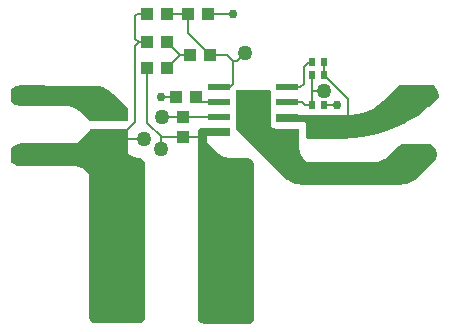
<source format=gbr>
G04 EAGLE Gerber RS-274X export*
G75*
%MOMM*%
%FSLAX34Y34*%
%LPD*%
%INTop Copper*%
%IPPOS*%
%AMOC8*
5,1,8,0,0,1.08239X$1,22.5*%
G01*
%ADD10R,1.900000X0.600000*%
%ADD11C,0.442500*%
%ADD12R,1.100000X1.000000*%
%ADD13R,0.600000X0.700000*%
%ADD14R,1.000000X1.100000*%
%ADD15C,1.187500*%
%ADD16R,3.400000X1.900000*%
%ADD17C,1.790700*%
%ADD18C,1.270000*%
%ADD19C,0.152400*%
%ADD20C,0.756400*%

G36*
X143612Y12243D02*
X143612Y12243D01*
X143660Y12242D01*
X144326Y12308D01*
X144350Y12314D01*
X144473Y12337D01*
X145113Y12531D01*
X145135Y12542D01*
X145251Y12589D01*
X145841Y12904D01*
X145861Y12919D01*
X145966Y12987D01*
X146483Y13412D01*
X146499Y13430D01*
X146588Y13517D01*
X147438Y14552D01*
X147450Y14573D01*
X147521Y14676D01*
X148152Y15856D01*
X148159Y15879D01*
X148209Y15994D01*
X148597Y17275D01*
X148600Y17299D01*
X148626Y17422D01*
X148758Y18754D01*
X148756Y18780D01*
X148761Y18828D01*
X148761Y146586D01*
X148757Y146612D01*
X148758Y146660D01*
X148692Y147326D01*
X148686Y147350D01*
X148663Y147473D01*
X148469Y148113D01*
X148458Y148135D01*
X148411Y148251D01*
X148096Y148841D01*
X148081Y148861D01*
X148013Y148966D01*
X147588Y149483D01*
X147569Y149500D01*
X147538Y149538D01*
X146245Y150831D01*
X146220Y150850D01*
X146171Y150897D01*
X145671Y151281D01*
X145657Y151288D01*
X145645Y151299D01*
X145498Y151380D01*
X144916Y151621D01*
X144901Y151625D01*
X144887Y151632D01*
X144724Y151673D01*
X144099Y151755D01*
X144084Y151754D01*
X144060Y151759D01*
X141853Y151933D01*
X139760Y152435D01*
X137770Y153259D01*
X135935Y154384D01*
X134274Y155802D01*
X133761Y156315D01*
X133761Y176000D01*
X133758Y176020D01*
X133760Y176039D01*
X133738Y176141D01*
X133722Y176243D01*
X133712Y176260D01*
X133708Y176280D01*
X133655Y176369D01*
X133606Y176460D01*
X133592Y176474D01*
X133582Y176491D01*
X133503Y176558D01*
X133428Y176630D01*
X133410Y176638D01*
X133395Y176651D01*
X133299Y176690D01*
X133205Y176733D01*
X133185Y176735D01*
X133167Y176743D01*
X133000Y176761D01*
X103000Y176761D01*
X102910Y176747D01*
X102819Y176739D01*
X102789Y176727D01*
X102757Y176722D01*
X102677Y176679D01*
X102593Y176643D01*
X102561Y176617D01*
X102540Y176606D01*
X102518Y176583D01*
X102462Y176538D01*
X90685Y164761D01*
X45657Y164761D01*
X45635Y164758D01*
X45597Y164759D01*
X43461Y164591D01*
X43429Y164583D01*
X43343Y164572D01*
X41259Y164072D01*
X41229Y164059D01*
X41145Y164035D01*
X39165Y163215D01*
X39137Y163197D01*
X39059Y163161D01*
X37232Y162041D01*
X37207Y162019D01*
X37135Y161971D01*
X35506Y160579D01*
X35428Y160487D01*
X35349Y160395D01*
X35348Y160393D01*
X35347Y160391D01*
X35303Y160281D01*
X35257Y160167D01*
X35257Y160164D01*
X35256Y160162D01*
X35256Y160154D01*
X35239Y160000D01*
X35239Y149000D01*
X35254Y148910D01*
X35261Y148819D01*
X35273Y148789D01*
X35279Y148757D01*
X35321Y148677D01*
X35357Y148593D01*
X35383Y148561D01*
X35394Y148540D01*
X35417Y148518D01*
X35462Y148462D01*
X36219Y147704D01*
X36240Y147689D01*
X36274Y147654D01*
X37435Y146702D01*
X37455Y146690D01*
X37559Y146619D01*
X38883Y145911D01*
X38905Y145904D01*
X39020Y145854D01*
X40457Y145419D01*
X40481Y145416D01*
X40603Y145390D01*
X42097Y145242D01*
X42123Y145244D01*
X42172Y145239D01*
X86686Y145239D01*
X89725Y145000D01*
X92660Y144295D01*
X95449Y143140D01*
X96455Y142523D01*
X96456Y142523D01*
X97698Y141762D01*
X98023Y141563D01*
X100341Y139583D01*
X101239Y138685D01*
X101239Y17828D01*
X101243Y17802D01*
X101242Y17754D01*
X101374Y16422D01*
X101380Y16398D01*
X101403Y16275D01*
X101791Y14994D01*
X101802Y14973D01*
X101848Y14856D01*
X102479Y13676D01*
X102494Y13657D01*
X102562Y13552D01*
X103412Y12517D01*
X103416Y12514D01*
X103418Y12509D01*
X103508Y12433D01*
X103596Y12355D01*
X103601Y12353D01*
X103605Y12349D01*
X103715Y12305D01*
X103823Y12260D01*
X103828Y12259D01*
X103833Y12257D01*
X104000Y12239D01*
X143586Y12239D01*
X143612Y12243D01*
G37*
G36*
X236035Y11372D02*
X236035Y11372D01*
X236083Y11371D01*
X236708Y11453D01*
X236750Y11467D01*
X236868Y11496D01*
X237450Y11737D01*
X237488Y11762D01*
X237593Y11820D01*
X238093Y12204D01*
X238117Y12230D01*
X238156Y12259D01*
X240448Y14552D01*
X240473Y14586D01*
X240504Y14615D01*
X240536Y14678D01*
X240577Y14736D01*
X240587Y14777D01*
X240607Y14815D01*
X240620Y14904D01*
X240633Y14953D01*
X240630Y14974D01*
X240634Y15000D01*
X240634Y146586D01*
X240629Y146613D01*
X240631Y146648D01*
X240566Y147314D01*
X240553Y147360D01*
X240541Y147436D01*
X240347Y148076D01*
X240325Y148119D01*
X240299Y148191D01*
X239984Y148782D01*
X239954Y148819D01*
X239915Y148885D01*
X239490Y149402D01*
X239469Y149420D01*
X239448Y149448D01*
X238156Y150741D01*
X238127Y150761D01*
X238118Y150771D01*
X238117Y150771D01*
X238093Y150796D01*
X237593Y151180D01*
X237553Y151200D01*
X237450Y151263D01*
X236868Y151504D01*
X236851Y151507D01*
X236824Y151513D01*
X236708Y151547D01*
X236083Y151629D01*
X236047Y151627D01*
X236000Y151634D01*
X222309Y151634D01*
X219255Y151875D01*
X216301Y152584D01*
X213493Y153747D01*
X210902Y155334D01*
X208573Y157324D01*
X200634Y165263D01*
X200634Y168555D01*
X200691Y169127D01*
X200849Y169648D01*
X201105Y170129D01*
X201300Y170366D01*
X220000Y170366D01*
X220065Y170377D01*
X220131Y170379D01*
X220174Y170397D01*
X220221Y170405D01*
X220278Y170439D01*
X220338Y170464D01*
X220373Y170495D01*
X220414Y170520D01*
X220456Y170571D01*
X220504Y170615D01*
X220526Y170657D01*
X220555Y170694D01*
X220576Y170756D01*
X220607Y170815D01*
X220615Y170869D01*
X220627Y170906D01*
X220626Y170946D01*
X220634Y171000D01*
X220634Y177000D01*
X220623Y177065D01*
X220621Y177131D01*
X220603Y177174D01*
X220595Y177221D01*
X220561Y177278D01*
X220536Y177338D01*
X220505Y177373D01*
X220480Y177414D01*
X220429Y177456D01*
X220385Y177504D01*
X220343Y177526D01*
X220306Y177555D01*
X220244Y177576D01*
X220185Y177607D01*
X220131Y177615D01*
X220094Y177627D01*
X220054Y177626D01*
X220000Y177634D01*
X197657Y177634D01*
X197630Y177629D01*
X197595Y177631D01*
X196586Y177532D01*
X196539Y177519D01*
X196464Y177508D01*
X195494Y177213D01*
X195451Y177191D01*
X195379Y177166D01*
X194485Y176688D01*
X194447Y176658D01*
X194381Y176619D01*
X193598Y175976D01*
X193550Y175920D01*
X193496Y175870D01*
X193478Y175835D01*
X193452Y175805D01*
X193427Y175736D01*
X193393Y175671D01*
X193387Y175626D01*
X193375Y175594D01*
X193375Y175550D01*
X193366Y175485D01*
X193366Y16414D01*
X193371Y16387D01*
X193369Y16352D01*
X193434Y15686D01*
X193448Y15640D01*
X193459Y15564D01*
X193653Y14924D01*
X193675Y14881D01*
X193701Y14809D01*
X194016Y14218D01*
X194025Y14207D01*
X194029Y14199D01*
X194048Y14178D01*
X194085Y14115D01*
X194510Y13598D01*
X194546Y13566D01*
X194598Y13510D01*
X195632Y12661D01*
X195674Y12637D01*
X195736Y12591D01*
X196916Y11960D01*
X196962Y11946D01*
X197031Y11913D01*
X198312Y11524D01*
X198360Y11519D01*
X198434Y11500D01*
X199766Y11369D01*
X199793Y11371D01*
X199828Y11366D01*
X236000Y11366D01*
X236035Y11372D01*
G37*
G36*
X364738Y129370D02*
X364738Y129370D01*
X364765Y129368D01*
X367894Y129614D01*
X367934Y129624D01*
X367992Y129630D01*
X371044Y130362D01*
X371082Y130379D01*
X371139Y130393D01*
X374038Y131594D01*
X374073Y131616D01*
X374127Y131639D01*
X376803Y133279D01*
X376834Y133306D01*
X376883Y133337D01*
X378354Y134593D01*
X378354Y134594D01*
X379270Y135376D01*
X379284Y135393D01*
X379306Y135409D01*
X393327Y149430D01*
X393343Y149453D01*
X393369Y149476D01*
X394270Y150574D01*
X394293Y150616D01*
X394339Y150677D01*
X395008Y151929D01*
X395023Y151975D01*
X395056Y152044D01*
X395468Y153403D01*
X395473Y153451D01*
X395492Y153525D01*
X395631Y154938D01*
X395627Y154986D01*
X395631Y155062D01*
X395492Y156475D01*
X395479Y156521D01*
X395468Y156597D01*
X395056Y157956D01*
X395034Y157999D01*
X395008Y158071D01*
X394339Y159323D01*
X394309Y159361D01*
X394270Y159426D01*
X393369Y160524D01*
X393348Y160541D01*
X393327Y160570D01*
X390448Y163448D01*
X390418Y163470D01*
X390404Y163485D01*
X390401Y163487D01*
X390385Y163504D01*
X390322Y163536D01*
X390264Y163577D01*
X390223Y163587D01*
X390185Y163607D01*
X390096Y163620D01*
X390047Y163633D01*
X390026Y163630D01*
X390000Y163634D01*
X366414Y163634D01*
X366387Y163629D01*
X366352Y163631D01*
X365686Y163566D01*
X365640Y163553D01*
X365564Y163541D01*
X364924Y163347D01*
X364881Y163325D01*
X364809Y163299D01*
X364218Y162984D01*
X364181Y162954D01*
X364115Y162915D01*
X363598Y162490D01*
X363580Y162469D01*
X363552Y162448D01*
X355427Y154324D01*
X354244Y153314D01*
X354244Y153313D01*
X353098Y152334D01*
X350507Y150747D01*
X347699Y149584D01*
X344745Y148875D01*
X341691Y148634D01*
X285263Y148634D01*
X284324Y149573D01*
X282334Y151902D01*
X280747Y154493D01*
X279584Y157301D01*
X278875Y160255D01*
X278634Y163309D01*
X278634Y176000D01*
X278623Y176065D01*
X278621Y176131D01*
X278603Y176174D01*
X278595Y176221D01*
X278561Y176278D01*
X278536Y176338D01*
X278505Y176373D01*
X278480Y176414D01*
X278429Y176456D01*
X278385Y176504D01*
X278343Y176526D01*
X278306Y176555D01*
X278244Y176576D01*
X278185Y176607D01*
X278131Y176615D01*
X278094Y176627D01*
X278054Y176626D01*
X278000Y176634D01*
X261267Y176634D01*
X259740Y176754D01*
X258274Y177106D01*
X256881Y177683D01*
X255596Y178471D01*
X254634Y179292D01*
X254634Y206586D01*
X254629Y206613D01*
X254631Y206648D01*
X254566Y207314D01*
X254553Y207360D01*
X254541Y207436D01*
X254347Y208076D01*
X254325Y208119D01*
X254299Y208191D01*
X253984Y208782D01*
X253954Y208819D01*
X253915Y208885D01*
X253490Y209402D01*
X253434Y209450D01*
X253385Y209504D01*
X253350Y209522D01*
X253320Y209548D01*
X253251Y209573D01*
X253185Y209607D01*
X253140Y209613D01*
X253109Y209625D01*
X253065Y209625D01*
X253000Y209634D01*
X226000Y209634D01*
X225935Y209623D01*
X225869Y209621D01*
X225826Y209603D01*
X225779Y209595D01*
X225722Y209561D01*
X225662Y209536D01*
X225627Y209505D01*
X225586Y209480D01*
X225545Y209429D01*
X225496Y209385D01*
X225474Y209343D01*
X225445Y209306D01*
X225424Y209244D01*
X225393Y209185D01*
X225385Y209131D01*
X225373Y209094D01*
X225374Y209054D01*
X225366Y209000D01*
X225366Y177000D01*
X225373Y176958D01*
X225371Y176916D01*
X225393Y176849D01*
X225405Y176779D01*
X225427Y176743D01*
X225440Y176702D01*
X225494Y176629D01*
X225520Y176586D01*
X225536Y176573D01*
X225552Y176552D01*
X266694Y135409D01*
X266712Y135397D01*
X266730Y135376D01*
X269117Y133337D01*
X269152Y133317D01*
X269155Y133314D01*
X269167Y133301D01*
X269176Y133297D01*
X269197Y133279D01*
X271873Y131639D01*
X271912Y131624D01*
X271962Y131594D01*
X274861Y130393D01*
X274902Y130384D01*
X274956Y130362D01*
X278008Y129630D01*
X278049Y129627D01*
X278106Y129614D01*
X281235Y129368D01*
X281256Y129370D01*
X281284Y129366D01*
X364716Y129366D01*
X364738Y129370D01*
G37*
G36*
X314387Y168241D02*
X314387Y168241D01*
X314410Y168240D01*
X325789Y168799D01*
X325815Y168804D01*
X325863Y168806D01*
X337132Y170478D01*
X337157Y170486D01*
X337205Y170492D01*
X348257Y173260D01*
X348281Y173271D01*
X348328Y173282D01*
X359055Y177120D01*
X359078Y177133D01*
X359124Y177149D01*
X369422Y182020D01*
X369444Y182035D01*
X369488Y182055D01*
X379260Y187912D01*
X379280Y187929D01*
X379322Y187953D01*
X388472Y194740D01*
X388491Y194759D01*
X388530Y194787D01*
X396971Y202438D01*
X396982Y202451D01*
X396995Y202460D01*
X397058Y202547D01*
X397125Y202630D01*
X397130Y202646D01*
X397140Y202659D01*
X397172Y202761D01*
X397208Y202861D01*
X397209Y202878D01*
X397214Y202894D01*
X397219Y203062D01*
X397045Y205273D01*
X397037Y205306D01*
X397026Y205391D01*
X396508Y207549D01*
X396496Y207579D01*
X396471Y207663D01*
X395622Y209712D01*
X395605Y209740D01*
X395568Y209819D01*
X394409Y211711D01*
X394387Y211735D01*
X394339Y211807D01*
X392898Y213494D01*
X392806Y213572D01*
X392714Y213651D01*
X392711Y213652D01*
X392710Y213653D01*
X392600Y213697D01*
X392486Y213743D01*
X392483Y213743D01*
X392481Y213744D01*
X392473Y213744D01*
X392319Y213761D01*
X364000Y213761D01*
X363910Y213747D01*
X363819Y213739D01*
X363789Y213727D01*
X363757Y213722D01*
X363677Y213679D01*
X363593Y213643D01*
X363561Y213617D01*
X363540Y213606D01*
X363518Y213583D01*
X363462Y213538D01*
X349802Y199878D01*
X346056Y196594D01*
X341935Y193840D01*
X337489Y191647D01*
X332796Y190054D01*
X327934Y189087D01*
X322963Y188761D01*
X260000Y188761D01*
X259980Y188758D01*
X259961Y188760D01*
X259859Y188738D01*
X259757Y188722D01*
X259740Y188712D01*
X259720Y188708D01*
X259631Y188655D01*
X259540Y188606D01*
X259526Y188592D01*
X259509Y188582D01*
X259442Y188503D01*
X259371Y188428D01*
X259362Y188410D01*
X259349Y188395D01*
X259310Y188299D01*
X259267Y188205D01*
X259265Y188185D01*
X259257Y188167D01*
X259239Y188000D01*
X259239Y183000D01*
X259242Y182980D01*
X259240Y182961D01*
X259262Y182859D01*
X259279Y182757D01*
X259288Y182740D01*
X259292Y182720D01*
X259345Y182631D01*
X259394Y182540D01*
X259408Y182526D01*
X259418Y182509D01*
X259497Y182442D01*
X259572Y182371D01*
X259590Y182362D01*
X259605Y182349D01*
X259701Y182310D01*
X259795Y182267D01*
X259815Y182265D01*
X259833Y182257D01*
X260000Y182239D01*
X282548Y182239D01*
X283103Y182184D01*
X283600Y182033D01*
X284058Y181789D01*
X284459Y181459D01*
X284789Y181058D01*
X285033Y180600D01*
X285184Y180103D01*
X285239Y179548D01*
X285239Y169000D01*
X285242Y168980D01*
X285240Y168961D01*
X285262Y168859D01*
X285279Y168757D01*
X285288Y168740D01*
X285292Y168720D01*
X285345Y168631D01*
X285394Y168540D01*
X285408Y168526D01*
X285418Y168509D01*
X285497Y168442D01*
X285572Y168371D01*
X285590Y168362D01*
X285605Y168349D01*
X285701Y168310D01*
X285795Y168267D01*
X285815Y168265D01*
X285833Y168257D01*
X286000Y168239D01*
X314373Y168239D01*
X314387Y168241D01*
G37*
G36*
X134005Y182999D02*
X134005Y182999D01*
X134005Y183000D01*
X134005Y194000D01*
X134003Y194002D01*
X134004Y194004D01*
X121569Y206439D01*
X121568Y206439D01*
X118894Y208723D01*
X118893Y208723D01*
X118893Y208724D01*
X115894Y210561D01*
X115893Y210562D01*
X112644Y211908D01*
X112643Y211907D01*
X112643Y211908D01*
X109223Y212729D01*
X109222Y212729D01*
X105716Y213005D01*
X40000Y213005D01*
X39058Y212912D01*
X39057Y212912D01*
X38151Y212637D01*
X38150Y212637D01*
X37315Y212191D01*
X37315Y212190D01*
X37314Y212190D01*
X36583Y211590D01*
X36583Y211589D01*
X36582Y211589D01*
X34996Y210004D01*
X34996Y210002D01*
X34995Y210001D01*
X34996Y210000D01*
X34995Y210000D01*
X34995Y201414D01*
X35061Y200748D01*
X35061Y200747D01*
X35255Y200106D01*
X35256Y200106D01*
X35256Y200105D01*
X35571Y199515D01*
X35572Y199515D01*
X35572Y199514D01*
X35996Y198997D01*
X35997Y198997D01*
X35997Y198996D01*
X37219Y197952D01*
X37220Y197952D01*
X38590Y197112D01*
X38591Y197112D01*
X40076Y196497D01*
X40076Y196496D01*
X41639Y196121D01*
X41640Y196122D01*
X41640Y196121D01*
X43242Y195995D01*
X43243Y195995D01*
X80715Y195995D01*
X83844Y195749D01*
X86895Y195016D01*
X89793Y193816D01*
X92468Y192176D01*
X94855Y190138D01*
X101996Y182996D01*
X101999Y182996D01*
X102000Y182995D01*
X134000Y182995D01*
X134005Y182999D01*
G37*
D10*
X269000Y186650D03*
X211000Y186650D03*
X269000Y173950D03*
X269000Y199350D03*
X269000Y212050D03*
X211000Y173950D03*
X211000Y199350D03*
X211000Y212050D03*
D11*
X227462Y207788D02*
X252538Y207788D01*
X252538Y178212D01*
X227462Y178212D01*
X227462Y207788D01*
X227462Y182416D02*
X252538Y182416D01*
X252538Y186620D02*
X227462Y186620D01*
X227462Y190824D02*
X252538Y190824D01*
X252538Y195028D02*
X227462Y195028D01*
X227462Y199232D02*
X252538Y199232D01*
X252538Y203436D02*
X227462Y203436D01*
X227462Y207640D02*
X252538Y207640D01*
D12*
X191500Y204000D03*
X174500Y204000D03*
D13*
X300000Y233000D03*
X290000Y233000D03*
D14*
X181000Y186500D03*
X181000Y169500D03*
D15*
X199187Y146063D02*
X199187Y17937D01*
X199187Y146063D02*
X234813Y146063D01*
X234813Y17937D01*
X199187Y17937D01*
X199187Y29218D02*
X234813Y29218D01*
X234813Y40499D02*
X199187Y40499D01*
X199187Y51780D02*
X234813Y51780D01*
X234813Y63061D02*
X199187Y63061D01*
X199187Y74342D02*
X234813Y74342D01*
X234813Y85623D02*
X199187Y85623D01*
X199187Y96904D02*
X234813Y96904D01*
X234813Y108185D02*
X199187Y108185D01*
X199187Y119466D02*
X234813Y119466D01*
X234813Y130747D02*
X199187Y130747D01*
X199187Y142028D02*
X234813Y142028D01*
X107187Y146063D02*
X107187Y17937D01*
X107187Y146063D02*
X142813Y146063D01*
X142813Y17937D01*
X107187Y17937D01*
X107187Y29218D02*
X142813Y29218D01*
X142813Y40499D02*
X107187Y40499D01*
X107187Y51780D02*
X142813Y51780D01*
X142813Y63061D02*
X107187Y63061D01*
X107187Y74342D02*
X142813Y74342D01*
X142813Y85623D02*
X107187Y85623D01*
X107187Y96904D02*
X142813Y96904D01*
X142813Y108185D02*
X107187Y108185D01*
X107187Y119466D02*
X142813Y119466D01*
X142813Y130747D02*
X107187Y130747D01*
X107187Y142028D02*
X142813Y142028D01*
D12*
X186500Y239000D03*
X203500Y239000D03*
D14*
X167500Y274000D03*
X150500Y274000D03*
X201500Y274000D03*
X184500Y274000D03*
X129000Y171500D03*
X129000Y188500D03*
X107000Y171500D03*
X107000Y188500D03*
D16*
X302000Y178500D03*
X302000Y139500D03*
D17*
X368347Y205000D02*
X386254Y205000D01*
X386254Y155000D02*
X368347Y155000D01*
X61654Y155000D02*
X43747Y155000D01*
X43747Y205000D02*
X61654Y205000D01*
D14*
X167500Y228000D03*
X150500Y228000D03*
D12*
X167500Y250000D03*
X150500Y250000D03*
D13*
X290000Y222000D03*
X300000Y222000D03*
X300000Y197000D03*
X290000Y197000D03*
D18*
X162000Y160000D03*
X233000Y241000D03*
X300000Y209000D03*
X163000Y187000D03*
X148000Y168000D03*
D19*
X239000Y203000D02*
X240000Y202000D01*
X239000Y203000D02*
X239000Y205000D01*
X241000Y207000D01*
D20*
X311000Y197000D03*
D19*
X300000Y197000D01*
D20*
X162000Y204000D03*
D19*
X174500Y204000D01*
D20*
X223000Y274000D03*
D19*
X201500Y274000D01*
X300000Y233000D02*
X300000Y222000D01*
X320000Y202000D01*
X320000Y182000D01*
X148000Y168000D02*
X132500Y168000D01*
X129000Y171500D01*
X140000Y182500D01*
X140000Y247000D01*
X143000Y250000D01*
X150500Y250000D01*
X143000Y250000D02*
X140000Y253000D01*
X140000Y272000D01*
X142000Y274000D01*
X150500Y274000D01*
X196150Y199350D02*
X211000Y199350D01*
X196150Y199350D02*
X191500Y204000D01*
X182850Y186650D02*
X211000Y186650D01*
X182850Y186650D02*
X181000Y186500D01*
X163500Y186500D01*
X163000Y187000D01*
X210950Y174000D02*
X211000Y173950D01*
X194500Y169500D02*
X181000Y169500D01*
X194500Y169500D02*
X198000Y173000D01*
X181000Y169500D02*
X162500Y169500D01*
X150500Y181500D02*
X150500Y228000D01*
X150500Y181500D02*
X162500Y169500D01*
X162000Y169000D01*
X162000Y160000D01*
X211000Y212050D02*
X220050Y212050D01*
X223000Y215000D01*
X223000Y234000D01*
X218000Y239000D01*
X203500Y239000D01*
X184500Y274000D02*
X167500Y274000D01*
X184500Y258000D02*
X203500Y239000D01*
X184500Y258000D02*
X184500Y274000D01*
X226000Y234000D02*
X233000Y241000D01*
X226000Y234000D02*
X223000Y234000D01*
X269000Y212050D02*
X269050Y212050D01*
X269000Y212050D02*
X280050Y212050D01*
X283000Y215000D02*
X283000Y229000D01*
X287000Y233000D01*
X290000Y233000D01*
X283000Y215000D02*
X280050Y212050D01*
X168000Y250000D02*
X167500Y250000D01*
X168000Y228500D02*
X167500Y228000D01*
X178500Y239000D01*
X186500Y239000D01*
X178500Y239000D02*
X167500Y250000D01*
X290000Y222000D02*
X290000Y209000D01*
X290000Y197000D01*
X281650Y199350D02*
X269000Y199350D01*
X281650Y199350D02*
X284000Y197000D01*
X290000Y197000D01*
X290000Y209000D02*
X300000Y209000D01*
M02*

</source>
